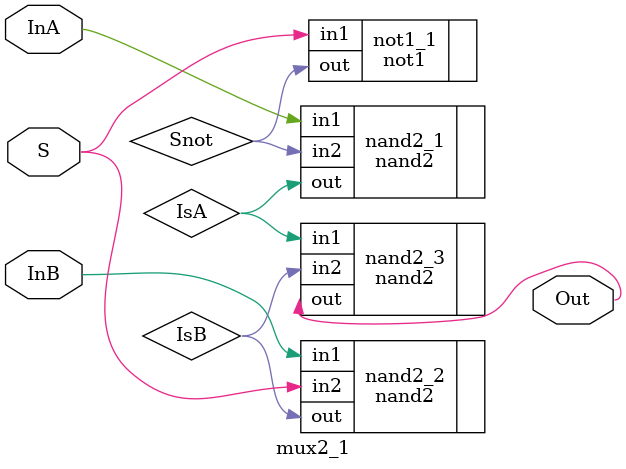
<source format=v>
module mux2_1(InA,InB,S,Out);
input InA, InB, S;
output Out;
wire Snot, IsA, IsB;

not1 not1_1(.in1(S), .out(Snot));
nand2 nand2_1(.in1(InA), .in2(Snot), .out(IsA));
nand2 nand2_2(.in1(InB), .in2(S), .out(IsB));
nand2 nand2_3(.in1(IsA), .in2(IsB), .out(Out));
endmodule

</source>
